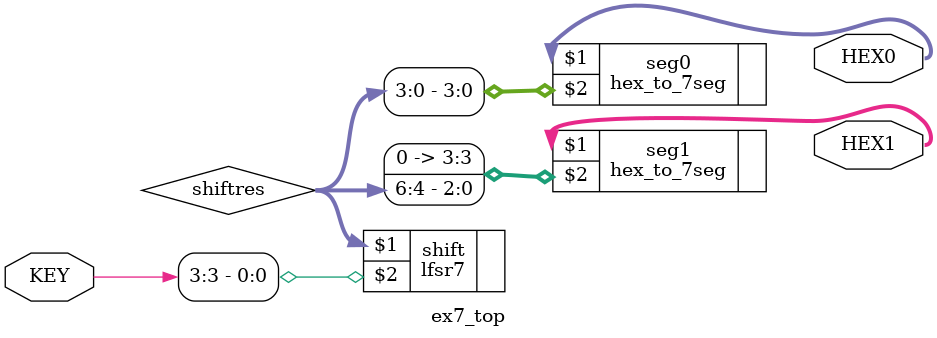
<source format=v>
module ex7_top(
	 //reset signal
		KEY, //enable to run
		HEX0,
		HEX1
		);
		
		input [3:0] KEY;
		
		output [6:0] HEX0;
		output [6:0] HEX1;
		
		wire [6:0] shiftres;

	lfsr7 shift (shiftres,KEY[3]);
	
	hex_to_7seg seg0 (HEX0, shiftres[3:0]);
	hex_to_7seg seg1 (HEX1, {1'b0,shiftres[6:4]});
	
endmodule 
</source>
